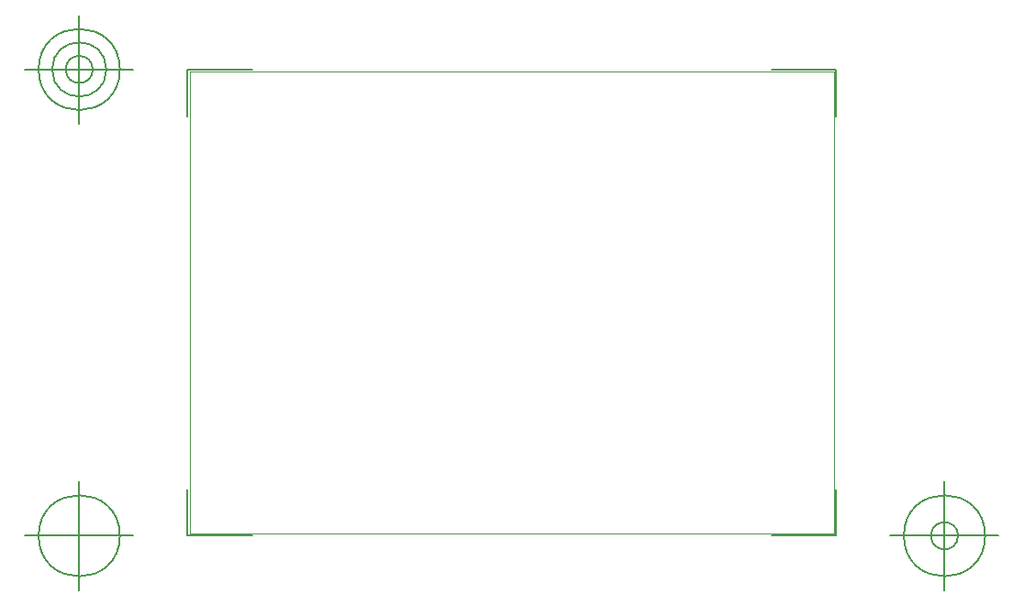
<source format=gbr>
G04 Generated by Ultiboard 14.0 *
%FSLAX34Y34*%
%MOMM*%

%ADD10C,0.0001*%
%ADD11C,0.0010*%
%ADD12C,0.1270*%


G04 ColorRGB 00FFFF for the following layer *
%LNBoard Outline*%
%LPD*%
G54D10*
G54D11*
X50795Y576580D02*
X645165Y576580D01*
X645165Y1003300D01*
X50795Y1003300D01*
X50795Y576580D01*
G54D12*
X48795Y574580D02*
X48795Y617652D01*
X48795Y574580D02*
X108632Y574580D01*
X647165Y574580D02*
X587328Y574580D01*
X647165Y574580D02*
X647165Y617652D01*
X647165Y1005300D02*
X647165Y962228D01*
X647165Y1005300D02*
X587328Y1005300D01*
X48795Y1005300D02*
X108632Y1005300D01*
X48795Y1005300D02*
X48795Y962228D01*
X-1205Y574580D02*
X-101205Y574580D01*
X-51205Y524580D02*
X-51205Y624580D01*
X-88705Y574580D02*
G75*
D01*
G02X-88705Y574580I37500J0*
G01*
X697165Y574580D02*
X797165Y574580D01*
X747165Y524580D02*
X747165Y624580D01*
X709665Y574580D02*
G75*
D01*
G02X709665Y574580I37500J0*
G01*
X734665Y574580D02*
G75*
D01*
G02X734665Y574580I12500J0*
G01*
X-1205Y1005300D02*
X-101205Y1005300D01*
X-51205Y955300D02*
X-51205Y1055300D01*
X-88705Y1005300D02*
G75*
D01*
G02X-88705Y1005300I37500J0*
G01*
X-76205Y1005300D02*
G75*
D01*
G02X-76205Y1005300I25000J0*
G01*
X-63705Y1005300D02*
G75*
D01*
G02X-63705Y1005300I12500J0*
G01*

M02*

</source>
